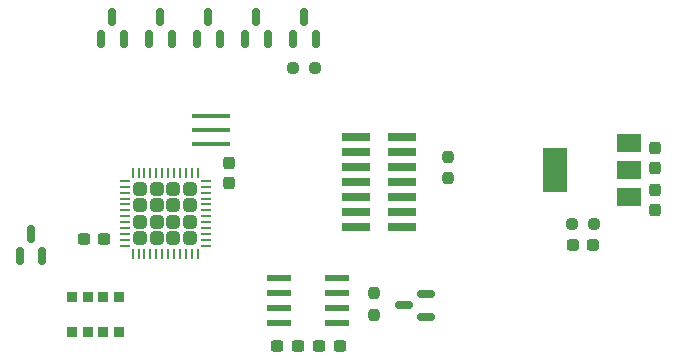
<source format=gbr>
%TF.GenerationSoftware,KiCad,Pcbnew,(6.0.1)*%
%TF.CreationDate,2022-02-14T11:56:50-05:00*%
%TF.ProjectId,driver-control-board,64726976-6572-42d6-936f-6e74726f6c2d,rev?*%
%TF.SameCoordinates,Original*%
%TF.FileFunction,Paste,Top*%
%TF.FilePolarity,Positive*%
%FSLAX46Y46*%
G04 Gerber Fmt 4.6, Leading zero omitted, Abs format (unit mm)*
G04 Created by KiCad (PCBNEW (6.0.1)) date 2022-02-14 11:56:50*
%MOMM*%
%LPD*%
G01*
G04 APERTURE LIST*
G04 Aperture macros list*
%AMRoundRect*
0 Rectangle with rounded corners*
0 $1 Rounding radius*
0 $2 $3 $4 $5 $6 $7 $8 $9 X,Y pos of 4 corners*
0 Add a 4 corners polygon primitive as box body*
4,1,4,$2,$3,$4,$5,$6,$7,$8,$9,$2,$3,0*
0 Add four circle primitives for the rounded corners*
1,1,$1+$1,$2,$3*
1,1,$1+$1,$4,$5*
1,1,$1+$1,$6,$7*
1,1,$1+$1,$8,$9*
0 Add four rect primitives between the rounded corners*
20,1,$1+$1,$2,$3,$4,$5,0*
20,1,$1+$1,$4,$5,$6,$7,0*
20,1,$1+$1,$6,$7,$8,$9,0*
20,1,$1+$1,$8,$9,$2,$3,0*%
G04 Aperture macros list end*
%ADD10RoundRect,0.237500X0.300000X0.237500X-0.300000X0.237500X-0.300000X-0.237500X0.300000X-0.237500X0*%
%ADD11RoundRect,0.237500X-0.237500X0.250000X-0.237500X-0.250000X0.237500X-0.250000X0.237500X0.250000X0*%
%ADD12RoundRect,0.237500X-0.250000X-0.237500X0.250000X-0.237500X0.250000X0.237500X-0.250000X0.237500X0*%
%ADD13RoundRect,0.237500X-0.300000X-0.237500X0.300000X-0.237500X0.300000X0.237500X-0.300000X0.237500X0*%
%ADD14RoundRect,0.250000X-0.315000X0.315000X-0.315000X-0.315000X0.315000X-0.315000X0.315000X0.315000X0*%
%ADD15RoundRect,0.062500X-0.062500X0.375000X-0.062500X-0.375000X0.062500X-0.375000X0.062500X0.375000X0*%
%ADD16RoundRect,0.062500X-0.375000X0.062500X-0.375000X-0.062500X0.375000X-0.062500X0.375000X0.062500X0*%
%ADD17RoundRect,0.041300X-0.943700X-0.253700X0.943700X-0.253700X0.943700X0.253700X-0.943700X0.253700X0*%
%ADD18RoundRect,0.237500X-0.237500X0.300000X-0.237500X-0.300000X0.237500X-0.300000X0.237500X0.300000X0*%
%ADD19R,0.900000X0.900000*%
%ADD20RoundRect,0.150000X0.150000X-0.587500X0.150000X0.587500X-0.150000X0.587500X-0.150000X-0.587500X0*%
%ADD21RoundRect,0.237500X0.250000X0.237500X-0.250000X0.237500X-0.250000X-0.237500X0.250000X-0.237500X0*%
%ADD22R,2.000000X1.500000*%
%ADD23R,2.000000X3.800000*%
%ADD24RoundRect,0.237500X-0.287500X-0.237500X0.287500X-0.237500X0.287500X0.237500X-0.287500X0.237500X0*%
%ADD25RoundRect,0.150000X0.587500X0.150000X-0.587500X0.150000X-0.587500X-0.150000X0.587500X-0.150000X0*%
%ADD26R,2.400000X0.740000*%
%ADD27R,3.200000X0.400000*%
%ADD28RoundRect,0.237500X0.237500X-0.250000X0.237500X0.250000X-0.237500X0.250000X-0.237500X-0.250000X0*%
G04 APERTURE END LIST*
D10*
%TO.C,C12*%
X90651500Y-120777000D03*
X88926500Y-120777000D03*
%TD*%
D11*
%TO.C,R6*%
X97155000Y-116308500D03*
X97155000Y-118133500D03*
%TD*%
D12*
%TO.C,R1*%
X90273500Y-97282000D03*
X92098500Y-97282000D03*
%TD*%
D13*
%TO.C,C8*%
X92482500Y-120777000D03*
X94207500Y-120777000D03*
%TD*%
D14*
%TO.C,U1*%
X78739200Y-110258700D03*
X77339200Y-108858700D03*
X81539200Y-107458700D03*
X77339200Y-107458700D03*
X80139200Y-111658700D03*
X81539200Y-108858700D03*
X77339200Y-110258700D03*
X77339200Y-111658700D03*
X78739200Y-107458700D03*
X80139200Y-107458700D03*
X80139200Y-108858700D03*
X78739200Y-111658700D03*
X81539200Y-111658700D03*
X80139200Y-110258700D03*
X78739200Y-108858700D03*
X81539200Y-110258700D03*
D15*
X82189200Y-106121200D03*
X81689200Y-106121200D03*
X81189200Y-106121200D03*
X80689200Y-106121200D03*
X80189200Y-106121200D03*
X79689200Y-106121200D03*
X79189200Y-106121200D03*
X78689200Y-106121200D03*
X78189200Y-106121200D03*
X77689200Y-106121200D03*
X77189200Y-106121200D03*
X76689200Y-106121200D03*
D16*
X76001700Y-106808700D03*
X76001700Y-107308700D03*
X76001700Y-107808700D03*
X76001700Y-108308700D03*
X76001700Y-108808700D03*
X76001700Y-109308700D03*
X76001700Y-109808700D03*
X76001700Y-110308700D03*
X76001700Y-110808700D03*
X76001700Y-111308700D03*
X76001700Y-111808700D03*
X76001700Y-112308700D03*
D15*
X76689200Y-112996200D03*
X77189200Y-112996200D03*
X77689200Y-112996200D03*
X78189200Y-112996200D03*
X78689200Y-112996200D03*
X79189200Y-112996200D03*
X79689200Y-112996200D03*
X80189200Y-112996200D03*
X80689200Y-112996200D03*
X81189200Y-112996200D03*
X81689200Y-112996200D03*
X82189200Y-112996200D03*
D16*
X82876700Y-112308700D03*
X82876700Y-111808700D03*
X82876700Y-111308700D03*
X82876700Y-110808700D03*
X82876700Y-110308700D03*
X82876700Y-109808700D03*
X82876700Y-109308700D03*
X82876700Y-108808700D03*
X82876700Y-108308700D03*
X82876700Y-107808700D03*
X82876700Y-107308700D03*
X82876700Y-106808700D03*
%TD*%
D17*
%TO.C,U4*%
X89039000Y-115036600D03*
X89039000Y-116306600D03*
X89039000Y-117576600D03*
X89039000Y-118846600D03*
X93989000Y-118846600D03*
X93989000Y-117576600D03*
X93989000Y-116306600D03*
X93989000Y-115036600D03*
%TD*%
D18*
%TO.C,C1*%
X120904000Y-104039500D03*
X120904000Y-105764500D03*
%TD*%
D19*
%TO.C,RN1*%
X75533000Y-116610000D03*
X74193000Y-116610000D03*
X72873000Y-116610000D03*
X71533000Y-116610000D03*
X71533000Y-119610000D03*
X72873000Y-119610000D03*
X74193000Y-119610000D03*
X75533000Y-119610000D03*
%TD*%
D20*
%TO.C,Q1*%
X90286800Y-94815900D03*
X92186800Y-94815900D03*
X91236800Y-92940900D03*
%TD*%
D18*
%TO.C,C6*%
X120904000Y-107595500D03*
X120904000Y-109320500D03*
%TD*%
D21*
%TO.C,R2*%
X115720500Y-110490000D03*
X113895500Y-110490000D03*
%TD*%
D10*
%TO.C,C4*%
X74268500Y-111760000D03*
X72543500Y-111760000D03*
%TD*%
D22*
%TO.C,U3*%
X118720000Y-108175500D03*
D23*
X112420000Y-105875500D03*
D22*
X118720000Y-105875500D03*
X118720000Y-103575500D03*
%TD*%
D24*
%TO.C,D1*%
X113933000Y-112268000D03*
X115683000Y-112268000D03*
%TD*%
D20*
%TO.C,D6*%
X86222800Y-94815900D03*
X88122800Y-94815900D03*
X87172800Y-92940900D03*
%TD*%
%TO.C,D4*%
X78094800Y-94815900D03*
X79994800Y-94815900D03*
X79044800Y-92940900D03*
%TD*%
D25*
%TO.C,D9*%
X101521500Y-118298000D03*
X101521500Y-116398000D03*
X99646500Y-117348000D03*
%TD*%
D18*
%TO.C,C10*%
X84836000Y-105309500D03*
X84836000Y-107034500D03*
%TD*%
D26*
%TO.C,J7*%
X99486000Y-110744000D03*
X95586000Y-110744000D03*
X99486000Y-109474000D03*
X95586000Y-109474000D03*
X99486000Y-108204000D03*
X95586000Y-108204000D03*
X99486000Y-106934000D03*
X95586000Y-106934000D03*
X99486000Y-105664000D03*
X95586000Y-105664000D03*
X99486000Y-104394000D03*
X95586000Y-104394000D03*
X99486000Y-103124000D03*
X95586000Y-103124000D03*
%TD*%
D20*
%TO.C,D2*%
X67122000Y-113205500D03*
X69022000Y-113205500D03*
X68072000Y-111330500D03*
%TD*%
%TO.C,D5*%
X82158800Y-94815900D03*
X84058800Y-94815900D03*
X83108800Y-92940900D03*
%TD*%
D27*
%TO.C,Y1*%
X83312000Y-103714400D03*
X83312000Y-102514400D03*
X83312000Y-101314400D03*
%TD*%
D20*
%TO.C,D3*%
X74030800Y-94815900D03*
X75930800Y-94815900D03*
X74980800Y-92940900D03*
%TD*%
D28*
%TO.C,R10*%
X103378000Y-106576500D03*
X103378000Y-104751500D03*
%TD*%
M02*

</source>
